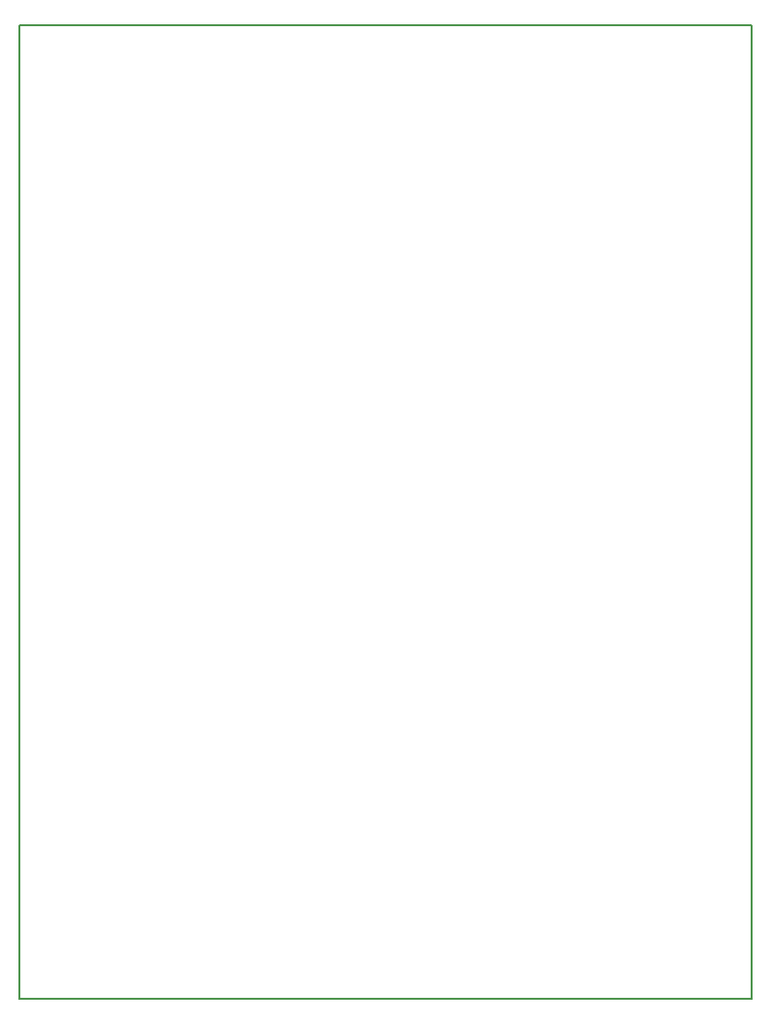
<source format=gbr>
G04 PROTEUS GERBER X2 FILE*
%TF.GenerationSoftware,Labcenter,Proteus,8.5-SP1-Build22252*%
%TF.CreationDate,2016-12-17T22:17:43+00:00*%
%TF.FileFunction,NonPlated,1,16,NPTH*%
%TF.FilePolarity,Positive*%
%TF.Part,Single*%
%FSLAX45Y45*%
%MOMM*%
G01*
%TA.AperFunction,Profile*%
%ADD17C,0.203200*%
D17*
X-15240000Y+4195000D02*
X-8840000Y+4195000D01*
X-8840000Y+12695000D01*
X-15240000Y+12695000D01*
X-15240000Y+4195000D01*
M02*

</source>
